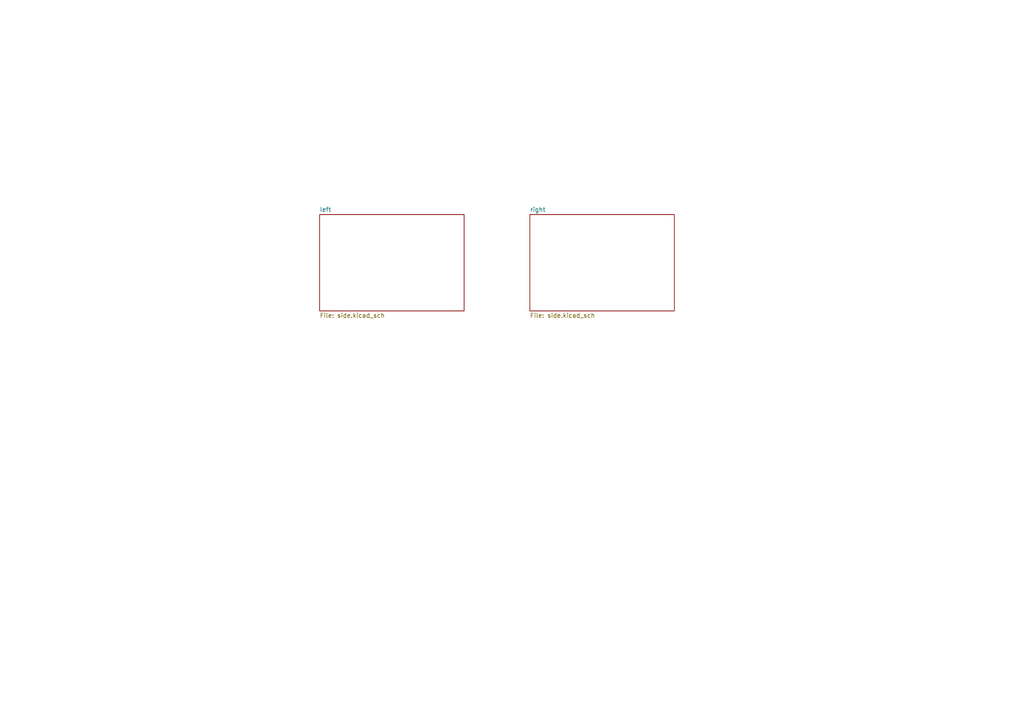
<source format=kicad_sch>
(kicad_sch
	(version 20250114)
	(generator "eeschema")
	(generator_version "9.0")
	(uuid "0a2fdc8f-22d7-408a-9ed7-1983688b8147")
	(paper "A4")
	(lib_symbols)
	(sheet
		(at 92.71 62.23)
		(size 41.91 27.94)
		(exclude_from_sim no)
		(in_bom yes)
		(on_board yes)
		(dnp no)
		(fields_autoplaced yes)
		(stroke
			(width 0.1524)
			(type solid)
		)
		(fill
			(color 0 0 0 0.0000)
		)
		(uuid "ce62a1a2-a3ec-41fe-9024-f99d208f3051")
		(property "Sheetname" "left"
			(at 92.71 61.5184 0)
			(effects
				(font
					(size 1.27 1.27)
				)
				(justify left bottom)
			)
		)
		(property "Sheetfile" "side.kicad_sch"
			(at 92.71 90.7546 0)
			(effects
				(font
					(size 1.27 1.27)
				)
				(justify left top)
			)
		)
		(instances
			(project "split-keyboard"
				(path "/0a2fdc8f-22d7-408a-9ed7-1983688b8147"
					(page "3")
				)
			)
		)
	)
	(sheet
		(at 153.67 62.23)
		(size 41.91 27.94)
		(exclude_from_sim no)
		(in_bom yes)
		(on_board yes)
		(dnp no)
		(fields_autoplaced yes)
		(stroke
			(width 0.1524)
			(type solid)
		)
		(fill
			(color 0 0 0 0.0000)
		)
		(uuid "e104a5a8-772f-4ef8-88b9-a58b885c2263")
		(property "Sheetname" "right"
			(at 153.67 61.5184 0)
			(effects
				(font
					(size 1.27 1.27)
				)
				(justify left bottom)
			)
		)
		(property "Sheetfile" "side.kicad_sch"
			(at 153.67 90.7546 0)
			(effects
				(font
					(size 1.27 1.27)
				)
				(justify left top)
			)
		)
		(instances
			(project "split-keyboard"
				(path "/0a2fdc8f-22d7-408a-9ed7-1983688b8147"
					(page "2")
				)
			)
		)
	)
	(sheet_instances
		(path "/"
			(page "1")
		)
	)
	(embedded_fonts no)
)

</source>
